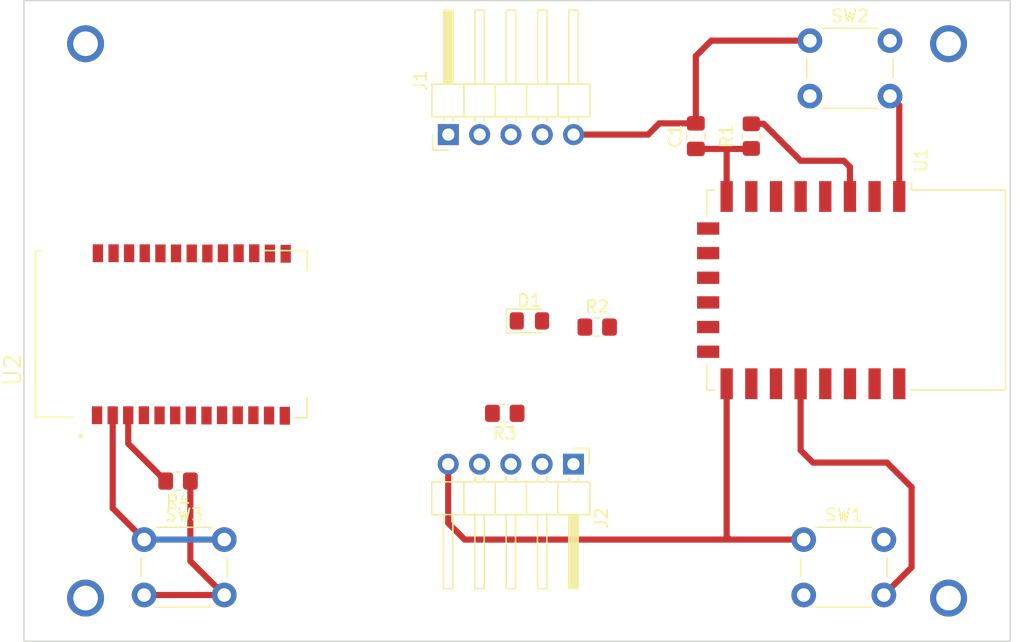
<source format=kicad_pcb>
(kicad_pcb (version 20211014) (generator pcbnew)
  (layers (0 "F.Cu" signal) (31 "B.Cu" signal) (34 "B.Paste" user) (35 "F.Paste" user) (36 "B.SilkS" user "B.Silkscreen") (37 "F.SilkS" user "F.Silkscreen") (38 "B.Mask" user) (39 "F.Mask" user) (44 "Edge.Cuts" user))
  (net 0 "")
  (net 1 "+3V3")
  (net 2 "GND")
  (net 3 "Net-(D1-Pad2)")
  (net 4 "GPIO0")
  (net 5 "TX")
  (net 6 "RX")
  (net 7 "D6")
  (net 8 "D2")
  (net 9 "D1")
  (net 10 "Net-(R1-Pad2)")
  (net 11 "RST")
  (net 15 "D7")
  (net 22 "D8")
  (footprint "LED_SMD:LED_0805_2012Metric_Pad1.15x1.40mm_HandSolder" (layer "F.Cu") (at 59.5 44)
    (fp_text reference "D1" (at 0 -1.65) (layer "F.SilkS"))
    (fp_text value "RED")
    (fp_line (start -1.86 -0.96) (end -1.86 0.96) (layer "F.SilkS") (width 0.12))
    (fp_line (start -1.86 0.96) (end 1 0.96) (layer "F.SilkS") (width 0.12))
    (fp_line (start 1 -0.96) (end -1.86 -0.96) (layer "F.SilkS") (width 0.12))
    (pad "1" smd roundrect (at -1.025 0) (size 1.15 1.4) (layers "F.Cu" "F.Paste" "F.Mask") (roundrect_rratio 0.217391) (net 2 "GND"))
    (pad "2" smd roundrect (at 1.025 0) (size 1.15 1.4) (layers "F.Cu" "F.Paste" "F.Mask") (roundrect_rratio 0.217391) (net 3 "Net-(D1-Pad2)"))
  )
  (footprint "Button_Switch_THT:SW_PUSH_6mm" (layer "F.Cu") (at 28.25 61.75)
    (fp_text reference "SW3" (at 3.25 -2) (layer "F.SilkS"))
    (fp_text value "SW_Push")
    (fp_line (start 1 5.5) (end 5.5 5.5) (layer "F.SilkS") (width 0.12))
    (fp_line (start 6.75 3) (end 6.75 1.5) (layer "F.SilkS") (width 0.12))
    (fp_line (start 5.5 -1) (end 1 -1) (layer "F.SilkS") (width 0.12))
    (fp_line (start -0.25 1.5) (end -0.25 3) (layer "F.SilkS") (width 0.12))
    (pad "1" thru_hole circle (at 0 0 90) (size 2 2) (drill 1.1) (layers *.Cu *.Mask) (net 2 "GND"))
    (pad "1" thru_hole circle (at 6.5 0 90) (size 2 2) (drill 1.1) (layers *.Cu *.Mask) (net 2 "GND"))
    (pad "2" thru_hole circle (at 6.5 4.5 90) (size 2 2) (drill 1.1) (layers *.Cu *.Mask) (net 9 "D1"))
    (pad "2" thru_hole circle (at 0 4.5 90) (size 2 2) (drill 1.1) (layers *.Cu *.Mask) (net 9 "D1"))
  )
  (footprint "Connector_PinHeader_2.54mm:PinHeader_1x05_P2.54mm_Horizontal" (layer "F.Cu") (at 52.925 28.875 90)
    (fp_text reference "J1" (at 4.385 -2.27 90) (layer "F.SilkS"))
    (fp_text value "Conn_01x04")
    (fp_line (start 10.1 7.24) (end 10.1 8) (layer "F.SilkS") (width 0.12))
    (fp_line (start 1.44 -1.33) (end 1.44 11.49) (layer "F.SilkS") (width 0.12))
    (fp_line (start 1.44 3.81) (end 4.1 3.81) (layer "F.SilkS") (width 0.12))
    (fp_line (start 10.1 2.16) (end 10.1 2.92) (layer "F.SilkS") (width 0.12))
    (fp_line (start 4.1 7.24) (end 10.1 7.24) (layer "F.SilkS") (width 0.12))
    (fp_line (start 10.1 5.46) (end 4.1 5.46) (layer "F.SilkS") (width 0.12))
    (fp_line (start 4.1 2.16) (end 10.1 2.16) (layer "F.SilkS") (width 0.12))
    (fp_line (start 4.1 -1.33) (end 1.44 -1.33) (layer "F.SilkS") (width 0.12))
    (fp_line (start 10.1 9.78) (end 10.1 10.54) (layer "F.SilkS") (width 0.12))
    (fp_line (start 4.1 0.16) (end 10.1 0.16) (layer "F.SilkS") (width 0.12))
    (fp_line (start 1.44 8.89) (end 4.1 8.89) (layer "F.SilkS") (width 0.12))
    (fp_line (start 4.1 11.49) (end 4.1 -1.33) (layer "F.SilkS") (width 0.12))
    (fp_line (start 4.1 -0.08) (end 10.1 -0.08) (layer "F.SilkS") (width 0.12))
    (fp_line (start 1.042929 4.7) (end 1.44 4.7) (layer "F.SilkS") (width 0.12))
    (fp_line (start 4.1 4.7) (end 10.1 4.7) (layer "F.SilkS") (width 0.12))
    (fp_line (start -1.27 -1.27) (end 0 -1.27) (layer "F.SilkS") (width 0.12))
    (fp_line (start 1.042929 8) (end 1.44 8) (layer "F.SilkS") (width 0.12))
    (fp_line (start 1.44 6.35) (end 4.1 6.35) (layer "F.SilkS") (width 0.12))
    (fp_line (start 1.44 11.49) (end 4.1 11.49) (layer "F.SilkS") (width 0.12))
    (fp_line (start 4.1 -0.32) (end 10.1 -0.32) (layer "F.SilkS") (width 0.12))
    (fp_line (start 4.1 -0.38) (end 10.1 -0.38) (layer "F.SilkS") (width 0.12))
    (fp_line (start 4.1 -0.2) (end 10.1 -0.2) (layer "F.SilkS") (width 0.12))
    (fp_line (start 1.042929 2.92) (end 1.44 2.92) (layer "F.SilkS") (width 0.12))
    (fp_line (start 4.1 0.28) (end 10.1 0.28) (layer "F.SilkS") (width 0.12))
    (fp_line (start 1.11 0.38) (end 1.44 0.38) (layer "F.SilkS") (width 0.12))
    (fp_line (start 1.042929 10.54) (end 1.44 10.54) (layer "F.SilkS") (width 0.12))
    (fp_line (start 1.11 -0.38) (end 1.44 -0.38) (layer "F.SilkS") (width 0.12))
    (fp_line (start 10.1 -0.38) (end 10.1 0.38) (layer "F.SilkS") (width 0.12))
    (fp_line (start 1.44 1.27) (end 4.1 1.27) (layer "F.SilkS") (width 0.12))
    (fp_line (start 1.042929 5.46) (end 1.44 5.46) (layer "F.SilkS") (width 0.12))
    (fp_line (start 4.1 0.04) (end 10.1 0.04) (layer "F.SilkS") (width 0.12))
    (fp_line (start 1.042929 7.24) (end 1.44 7.24) (layer "F.SilkS") (width 0.12))
    (fp_line (start 10.1 4.7) (end 10.1 5.46) (layer "F.SilkS") (width 0.12))
    (fp_line (start -1.27 0) (end -1.27 -1.27) (layer "F.SilkS") (width 0.12))
    (fp_line (start 4.1 9.78) (end 10.1 9.78) (layer "F.SilkS") (width 0.12))
    (fp_line (start 1.042929 9.78) (end 1.44 9.78) (layer "F.SilkS") (width 0.12))
    (fp_line (start 10.1 2.92) (end 4.1 2.92) (layer "F.SilkS") (width 0.12))
    (fp_line (start 10.1 0.38) (end 4.1 0.38) (layer "F.SilkS") (width 0.12))
    (fp_line (start 10.1 8) (end 4.1 8) (layer "F.SilkS") (width 0.12))
    (fp_line (start 1.042929 2.16) (end 1.44 2.16) (layer "F.SilkS") (width 0.12))
    (fp_line (start 10.1 10.54) (end 4.1 10.54) (layer "F.SilkS") (width 0.12))
    (pad "1" thru_hole rect (at 0 0 90) (size 1.7 1.7) (drill 1) (layers *.Cu *.Mask) (net 1 "+3V3"))
    (pad "2" thru_hole oval (at 0 2.54 90) (size 1.7 1.7) (drill 1) (layers *.Cu *.Mask) (net 4 "GPIO0"))
    (pad "3" thru_hole oval (at 0 5.08 90) (size 1.7 1.7) (drill 1) (layers *.Cu *.Mask) (net 5 "TX"))
    (pad "4" thru_hole oval (at 0 7.62 90) (size 1.7 1.7) (drill 1) (layers *.Cu *.Mask) (net 6 "RX"))
    (pad "5" thru_hole oval (at 0 10.16 90) (size 1.7 1.7) (drill 1) (layers *.Cu *.Mask) (net 2 "GND"))
  )
  (footprint "Resistor_SMD:R_0805_2012Metric_Pad1.20x1.40mm_HandSolder" (layer "F.Cu") (at 31 57 180)
    (fp_text reference "R4" (at 0 -1.65) (layer "F.SilkS"))
    (fp_text value "10K")
    (fp_line (start -0.227064 -0.735) (end 0.227064 -0.735) (layer "F.SilkS") (width 0.12))
    (fp_line (start -0.227064 0.735) (end 0.227064 0.735) (layer "F.SilkS") (width 0.12))
    (pad "1" smd roundrect (at -1 0 180) (size 1.2 1.4) (layers "F.Cu" "F.Paste" "F.Mask") (roundrect_rratio 0.208333) (net 9 "D1"))
    (pad "2" smd roundrect (at 1 0 180) (size 1.2 1.4) (layers "F.Cu" "F.Paste" "F.Mask") (roundrect_rratio 0.208333) (net 1 "+3V3"))
  )
  (footprint "cc2530:cc2530-a2" (layer "F.Cu") (at 29.09396 45.0625 90)
    (fp_text reference "U2" (at -2.919 -11.4982 90) (layer "F.SilkS") (effects (font (size 1.32 1.32))))
    (fp_text value "CC2530-A1_Module")
    (fp_line (start 5.14365 12.38768) (end 6.76275 12.38768) (layer "F.SilkS") (width 0.127))
    (fp_line (start 6.7691 -9.652) (end 6.7691 -9.13) (layer "F.SilkS") (width 0.127))
    (fp_line (start -6.7968 11.35768) (end -6.7968 12.32968) (layer "F.SilkS") (width 0.127))
    (fp_line (start -6.7691 -9.652) (end 6.7691 -9.652) (layer "F.SilkS") (width 0.127))
    (fp_line (start -6.7691 -6.61) (end -6.7691 -9.652) (layer "F.SilkS") (width 0.127))
    (fp_line (start -6.81635 12.36768) (end -5.19725 12.36768) (layer "F.SilkS") (width 0.127))
    (fp_line (start 6.7691 12.34768) (end 6.7691 8.68) (layer "F.SilkS") (width 0.127))
    (fp_circle (center -8.3 -6) (end -8.2 -6) (layer "F.SilkS") (width 0.2) (fill none))
    (pad "1" smd rect (at 6.5532 -4.59232 90) (size 1.4478 0.8382) (layers "F.Cu" "F.Paste" "F.Mask") (net 2 "GND"))
    (pad "2" smd rect (at 6.5532 -3.32232 90) (size 1.4478 0.8382) (layers "F.Cu" "F.Paste" "F.Mask") (net 9 "D1"))
    (pad "3" smd rect (at 6.5532 -2.06232 90) (size 1.4478 0.8382) (layers "F.Cu" "F.Paste" "F.Mask"))
    (pad "4" smd rect (at 6.5532 -0.79232 90) (size 1.4478 0.8382) (layers "F.Cu" "F.Paste" "F.Mask"))
    (pad "5" smd rect (at 6.5432 0.47768 90) (size 1.4478 0.8382) (layers "F.Cu" "F.Paste" "F.Mask") (net 22 "D8"))
    (pad "6" smd rect (at 6.5432 1.74768 90) (size 1.4478 0.8382) (layers "F.Cu" "F.Paste" "F.Mask") (net 15 "D7"))
    (pad "7" smd rect (at 6.5432 3.01768 90) (size 1.4478 0.8382) (layers "F.Cu" "F.Paste" "F.Mask"))
    (pad "8" smd rect (at 6.5332 4.28768 90) (size 1.4478 0.8382) (layers "F.Cu" "F.Paste" "F.Mask"))
    (pad "9" smd rect (at 6.5532 5.54768 90) (size 1.4478 0.8382) (layers "F.Cu" "F.Paste" "F.Mask"))
    (pad "10" smd rect (at 6.5532 6.81768 90) (size 1.4478 0.8382) (layers "F.Cu" "F.Paste" "F.Mask"))
    (pad "11" smd rect (at 6.5532 8.08768 90) (size 1.4478 0.8382) (layers "F.Cu" "F.Paste" "F.Mask"))
    (pad "12" smd rect (at 6.5332 9.35768 90) (size 1.4478 0.8382) (layers "F.Cu" "F.Paste" "F.Mask"))
    (pad "13" smd rect (at 6.5132 10.63768 270) (size 1.4478 0.8382) (layers "F.Cu" "F.Paste" "F.Mask"))
    (pad "14" smd rect (at -6.6368 10.56768 270) (size 1.4478 0.8382) (layers "F.Cu" "F.Paste" "F.Mask"))
    (pad "15" smd rect (at -6.6168 9.28768 90) (size 1.4478 0.8382) (layers "F.Cu" "F.Paste" "F.Mask"))
    (pad "16" smd rect (at -6.5968 8.01768 90) (size 1.4478 0.8382) (layers "F.Cu" "F.Paste" "F.Mask"))
    (pad "17" smd rect (at -6.5968 6.74768 90) (size 1.4478 0.8382) (layers "F.Cu" "F.Paste" "F.Mask"))
    (pad "18" smd rect (at -6.5968 5.47768 90) (size 1.4478 0.8382) (layers "F.Cu" "F.Paste" "F.Mask"))
    (pad "19" smd rect (at -6.6168 4.21768 90) (size 1.4478 0.8382) (layers "F.Cu" "F.Paste" "F.Mask"))
    (pad "20" smd rect (at -6.6068 2.94768 90) (size 1.4478 0.8382) (layers "F.Cu" "F.Paste" "F.Mask"))
    (pad "21" smd rect (at -6.6068 1.67768 90) (size 1.4478 0.8382) (layers "F.Cu" "F.Paste" "F.Mask"))
    (pad "22" smd rect (at -6.6068 0.40768 90) (size 1.4478 0.8382) (layers "F.Cu" "F.Paste" "F.Mask") (net 7 "D6"))
    (pad "23" smd rect (at -6.5968 -0.86232 90) (size 1.4478 0.8382) (layers "F.Cu" "F.Paste" "F.Mask") (net 8 "D2"))
    (pad "24" smd rect (at -6.5968 -2.13232 90) (size 1.4478 0.8382) (layers "F.Cu" "F.Paste" "F.Mask") (net 1 "+3V3"))
    (pad "25" smd rect (at -6.5968 -3.39232 90) (size 1.4478 0.8382) (layers "F.Cu" "F.Paste" "F.Mask") (net 2 "GND"))
    (pad "26" smd rect (at -6.5968 -4.66232 90) (size 1.4478 0.8382) (layers "F.Cu" "F.Paste" "F.Mask"))
  )
  (footprint "Resistor_SMD:R_0805_2012Metric_Pad1.20x1.40mm_HandSolder" (layer "F.Cu") (at 77.5 29 90)
    (fp_text reference "R1" (at 0 -2 90) (layer "F.SilkS"))
    (fp_text value "10K")
    (fp_line (start -0.227064 -0.735) (end 0.227064 -0.735) (layer "F.SilkS") (width 0.12))
    (fp_line (start -0.227064 0.735) (end 0.227064 0.735) (layer "F.SilkS") (width 0.12))
    (pad "1" smd roundrect (at -1 0 90) (size 1.2 1.4) (layers "F.Cu" "F.Paste" "F.Mask") (roundrect_rratio 0.208333) (net 1 "+3V3"))
    (pad "2" smd roundrect (at 1 0 90) (size 1.2 1.4) (layers "F.Cu" "F.Paste" "F.Mask") (roundrect_rratio 0.208333) (net 10 "Net-(R1-Pad2)"))
  )
  (footprint "Capacitor_SMD:C_0805_2012Metric_Pad1.18x1.45mm_HandSolder" (layer "F.Cu") (at 73 29 90)
    (fp_text reference "C1" (at 0 -1.68 90) (layer "F.SilkS"))
    (fp_text value "0.1uF")
    (fp_line (start -0.261252 0.735) (end 0.261252 0.735) (layer "F.SilkS") (width 0.12))
    (fp_line (start -0.261252 -0.735) (end 0.261252 -0.735) (layer "F.SilkS") (width 0.12))
    (pad "1" smd roundrect (at -1.0375 0 90) (size 1.175 1.45) (layers "F.Cu" "F.Paste" "F.Mask") (roundrect_rratio 0.212766) (net 1 "+3V3"))
    (pad "2" smd roundrect (at 1.0375 0 90) (size 1.175 1.45) (layers "F.Cu" "F.Paste" "F.Mask") (roundrect_rratio 0.212766) (net 2 "GND"))
  )
  (footprint "Resistor_SMD:R_0805_2012Metric_Pad1.20x1.40mm_HandSolder" (layer "F.Cu") (at 57.5 51.5 180)
    (fp_text reference "R3" (at 0 -1.65) (layer "F.SilkS"))
    (fp_text value "10K")
    (fp_line (start -0.227064 0.735) (end 0.227064 0.735) (layer "F.SilkS") (width 0.12))
    (fp_line (start -0.227064 -0.735) (end 0.227064 -0.735) (layer "F.SilkS") (width 0.12))
    (pad "1" smd roundrect (at -1 0 180) (size 1.2 1.4) (layers "F.Cu" "F.Paste" "F.Mask") (roundrect_rratio 0.208333) (net 11 "RST"))
    (pad "2" smd roundrect (at 1 0 180) (size 1.2 1.4) (layers "F.Cu" "F.Paste" "F.Mask") (roundrect_rratio 0.208333) (net 1 "+3V3"))
  )
  (footprint "Button_Switch_THT:SW_PUSH_6mm" (layer "F.Cu") (at 81.75 61.75)
    (fp_text reference "SW1" (at 3.25 -2) (layer "F.SilkS"))
    (fp_text value "SW_Push")
    (fp_line (start 1 5.5) (end 5.5 5.5) (layer "F.SilkS") (width 0.12))
    (fp_line (start -0.25 1.5) (end -0.25 3) (layer "F.SilkS") (width 0.12))
    (fp_line (start 5.5 -1) (end 1 -1) (layer "F.SilkS") (width 0.12))
    (fp_line (start 6.75 3) (end 6.75 1.5) (layer "F.SilkS") (width 0.12))
    (pad "1" thru_hole circle (at 6.5 0 90) (size 2 2) (drill 1.1) (layers *.Cu *.Mask) (net 2 "GND"))
    (pad "1" thru_hole circle (at 0 0 90) (size 2 2) (drill 1.1) (layers *.Cu *.Mask) (net 2 "GND"))
    (pad "2" thru_hole circle (at 6.5 4.5 90) (size 2 2) (drill 1.1) (layers *.Cu *.Mask) (net 4 "GPIO0"))
    (pad "2" thru_hole circle (at 0 4.5 90) (size 2 2) (drill 1.1) (layers *.Cu *.Mask) (net 4 "GPIO0"))
  )
  (footprint "Resistor_SMD:R_0805_2012Metric_Pad1.20x1.40mm_HandSolder" (layer "F.Cu") (at 65 44.5)
    (fp_text reference "R2" (at 0 -1.65) (layer "F.SilkS"))
    (fp_text value "2.2K")
    (fp_line (start -0.227064 -0.735) (end 0.227064 -0.735) (layer "F.SilkS") (width 0.12))
    (fp_line (start -0.227064 0.735) (end 0.227064 0.735) (layer "F.SilkS") (width 0.12))
    (pad "1" smd roundrect (at -1 0) (size 1.2 1.4) (layers "F.Cu" "F.Paste" "F.Mask") (roundrect_rratio 0.208333) (net 3 "Net-(D1-Pad2)"))
    (pad "2" smd roundrect (at 1 0) (size 1.2 1.4) (layers "F.Cu" "F.Paste" "F.Mask") (roundrect_rratio 0.208333) (net 1 "+3V3"))
  )
  (footprint "RF_Module:ESP-12E" (layer "F.Cu") (at 86 41.5 -90)
    (fp_text reference "U1" (at -10.56 -5.26 90) (layer "F.SilkS"))
    (fp_text value "ESP-12E")
    (fp_line (start 8.12 -12.12) (end 8.12 -4.5) (layer "F.SilkS") (width 0.12))
    (fp_line (start -8.12 12.12) (end -8.12 11.5) (layer "F.SilkS") (width 0.12))
    (fp_line (start 8.12 12.12) (end 6 12.12) (layer "F.SilkS") (width 0.12))
    (fp_line (start -6 12.12) (end -8.12 12.12) (layer "F.SilkS") (width 0.12))
    (fp_line (start -8.12 -4.5) (end -8.12 -12.12) (layer "F.SilkS") (width 0.12))
    (fp_line (start -8.12 -4.5) (end -8.73 -4.5) (layer "F.SilkS") (width 0.12))
    (fp_line (start -8.12 -12.12) (end 8.12 -12.12) (layer "F.SilkS") (width 0.12))
    (fp_line (start 8.12 11.5) (end 8.12 12.12) (layer "F.SilkS") (width 0.12))
    (pad "1" smd rect (at -7.6 -3.5 270) (size 2.5 1) (layers "F.Cu" "F.Paste" "F.Mask") (net 11 "RST"))
    (pad "2" smd rect (at -7.6 -1.5 270) (size 2.5 1) (layers "F.Cu" "F.Paste" "F.Mask"))
    (pad "3" smd rect (at -7.6 0.5 270) (size 2.5 1) (layers "F.Cu" "F.Paste" "F.Mask") (net 10 "Net-(R1-Pad2)"))
    (pad "4" smd rect (at -7.6 2.5 270) (size 2.5 1) (layers "F.Cu" "F.Paste" "F.Mask"))
    (pad "5" smd rect (at -7.6 4.5 270) (size 2.5 1) (layers "F.Cu" "F.Paste" "F.Mask"))
    (pad "6" smd rect (at -7.6 6.5 270) (size 2.5 1) (layers "F.Cu" "F.Paste" "F.Mask") (net 7 "D6"))
    (pad "7" smd rect (at -7.6 8.5 270) (size 2.5 1) (layers "F.Cu" "F.Paste" "F.Mask") (net 15 "D7"))
    (pad "8" smd rect (at -7.6 10.5 270) (size 2.5 1) (layers "F.Cu" "F.Paste" "F.Mask") (net 1 "+3V3"))
    (pad "9" smd rect (at -5 12 270) (size 1 1.8) (layers "F.Cu" "F.Paste" "F.Mask"))
    (pad "10" smd rect (at -3 12 270) (size 1 1.8) (layers "F.Cu" "F.Paste" "F.Mask"))
    (pad "11" smd rect (at -1 12 270) (size 1 1.8) (layers "F.Cu" "F.Paste" "F.Mask"))
    (pad "12" smd rect (at 1 12 270) (size 1 1.8) (layers "F.Cu" "F.Paste" "F.Mask"))
    (pad "13" smd rect (at 3 12 270) (size 1 1.8) (layers "F.Cu" "F.Paste" "F.Mask"))
    (pad "14" smd rect (at 5 12 270) (size 1 1.8) (layers "F.Cu" "F.Paste" "F.Mask"))
    (pad "15" smd rect (at 7.6 10.5 270) (size 2.5 1) (layers "F.Cu" "F.Paste" "F.Mask") (net 2 "GND"))
    (pad "16" smd rect (at 7.6 8.5 270) (size 2.5 1) (layers "F.Cu" "F.Paste" "F.Mask") (net 22 "D8"))
    (pad "17" smd rect (at 7.6 6.5 270) (size 2.5 1) (layers "F.Cu" "F.Paste" "F.Mask"))
    (pad "18" smd rect (at 7.6 4.5 270) (size 2.5 1) (layers "F.Cu" "F.Paste" "F.Mask") (net 4 "GPIO0"))
    (pad "19" smd rect (at 7.6 2.5 270) (size 2.5 1) (layers "F.Cu" "F.Paste" "F.Mask") (net 8 "D2"))
    (pad "20" smd rect (at 7.6 0.5 270) (size 2.5 1) (layers "F.Cu" "F.Paste" "F.Mask") (net 9 "D1"))
    (pad "21" smd rect (at 7.6 -1.5 270) (size 2.5 1) (layers "F.Cu" "F.Paste" "F.Mask") (net 6 "RX"))
    (pad "22" smd rect (at 7.6 -3.5 270) (size 2.5 1) (layers "F.Cu" "F.Paste" "F.Mask") (net 5 "TX"))
  )
  (footprint "Button_Switch_THT:SW_PUSH_6mm" (layer "F.Cu") (at 82.25 21.25)
    (fp_text reference "SW2" (at 3.25 -2) (layer "F.SilkS"))
    (fp_text value "SW_Push")
    (fp_line (start -0.25 1.5) (end -0.25 3) (layer "F.SilkS") (width 0.12))
    (fp_line (start 6.75 3) (end 6.75 1.5) (layer "F.SilkS") (width 0.12))
    (fp_line (start 1 5.5) (end 5.5 5.5) (layer "F.SilkS") (width 0.12))
    (fp_line (start 5.5 -1) (end 1 -1) (layer "F.SilkS") (width 0.12))
    (pad "1" thru_hole circle (at 0 0 90) (size 2 2) (drill 1.1) (layers *.Cu *.Mask) (net 2 "GND"))
    (pad "1" thru_hole circle (at 6.5 0 90) (size 2 2) (drill 1.1) (layers *.Cu *.Mask) (net 2 "GND"))
    (pad "2" thru_hole circle (at 0 4.5 90) (size 2 2) (drill 1.1) (layers *.Cu *.Mask) (net 11 "RST"))
    (pad "2" thru_hole circle (at 6.5 4.5 90) (size 2 2) (drill 1.1) (layers *.Cu *.Mask) (net 11 "RST"))
  )
  (footprint "Connector_PinHeader_2.54mm:PinHeader_1x05_P2.54mm_Horizontal" (layer "F.Cu") (at 63.075 55.625 -90)
    (fp_text reference "J2" (at 4.385 -2.27 90) (layer "F.SilkS"))
    (fp_text value "Conn_01x04")
    (fp_line (start -1.27 0) (end -1.27 -1.27) (layer "F.SilkS") (width 0.12))
    (fp_line (start 1.11 -0.38) (end 1.44 -0.38) (layer "F.SilkS") (width 0.12))
    (fp_line (start 1.44 3.81) (end 4.1 3.81) (layer "F.SilkS") (width 0.12))
    (fp_line (start 1.44 1.27) (end 4.1 1.27) (layer "F.SilkS") (width 0.12))
    (fp_line (start 1.44 -1.33) (end 1.44 11.49) (layer "F.SilkS") (width 0.12))
    (fp_line (start 1.042929 2.16) (end 1.44 2.16) (layer "F.SilkS") (width 0.12))
    (fp_line (start 4.1 7.24) (end 10.1 7.24) (layer "F.SilkS") (width 0.12))
    (fp_line (start 10.1 8) (end 4.1 8) (layer "F.SilkS") (width 0.12))
    (fp_line (start 4.1 9.78) (end 10.1 9.78) (layer "F.SilkS") (width 0.12))
    (fp_line (start 4.1 0.04) (end 10.1 0.04) (layer "F.SilkS") (width 0.12))
    (fp_line (start 4.1 -0.08) (end 10.1 -0.08) (layer "F.SilkS") (width 0.12))
    (fp_line (start 1.042929 8) (end 1.44 8) (layer "F.SilkS") (width 0.12))
    (fp_line (start 10.1 7.24) (end 10.1 8) (layer "F.SilkS") (width 0.12))
    (fp_line (start 10.1 0.38) (end 4.1 0.38) (layer "F.SilkS") (width 0.12))
    (fp_line (start 1.44 8.89) (end 4.1 8.89) (layer "F.SilkS") (width 0.12))
    (fp_line (start 1.042929 5.46) (end 1.44 5.46) (layer "F.SilkS") (width 0.12))
    (fp_line (start 4.1 -0.32) (end 10.1 -0.32) (layer "F.SilkS") (width 0.12))
    (fp_line (start 4.1 -1.33) (end 1.44 -1.33) (layer "F.SilkS") (width 0.12))
    (fp_line (start 10.1 4.7) (end 10.1 5.46) (layer "F.SilkS") (width 0.12))
    (fp_line (start 1.042929 4.7) (end 1.44 4.7) (layer "F.SilkS") (width 0.12))
    (fp_line (start 1.042929 2.92) (end 1.44 2.92) (layer "F.SilkS") (width 0.12))
    (fp_line (start 10.1 5.46) (end 4.1 5.46) (layer "F.SilkS") (width 0.12))
    (fp_line (start 10.1 10.54) (end 4.1 10.54) (layer "F.SilkS") (width 0.12))
    (fp_line (start 1.042929 9.78) (end 1.44 9.78) (layer "F.SilkS") (width 0.12))
    (fp_line (start 4.1 -0.2) (end 10.1 -0.2) (layer "F.SilkS") (width 0.12))
    (fp_line (start 10.1 2.92) (end 4.1 2.92) (layer "F.SilkS") (width 0.12))
    (fp_line (start 1.042929 10.54) (end 1.44 10.54) (layer "F.SilkS") (width 0.12))
    (fp_line (start 1.042929 7.24) (end 1.44 7.24) (layer "F.SilkS") (width 0.12))
    (fp_line (start 4.1 -0.38) (end 10.1 -0.38) (layer "F.SilkS") (width 0.12))
    (fp_line (start 4.1 2.16) (end 10.1 2.16) (layer "F.SilkS") (width 0.12))
    (fp_line (start 4.1 0.16) (end 10.1 0.16) (layer "F.SilkS") (width 0.12))
    (fp_line (start -1.27 -1.27) (end 0 -1.27) (layer "F.SilkS") (width 0.12))
    (fp_line (start 10.1 9.78) (end 10.1 10.54) (layer "F.SilkS") (width 0.12))
    (fp_line (start 10.1 -0.38) (end 10.1 0.38) (layer "F.SilkS") (width 0.12))
    (fp_line (start 1.44 11.49) (end 4.1 11.49) (layer "F.SilkS") (width 0.12))
    (fp_line (start 4.1 4.7) (end 10.1 4.7) (layer "F.SilkS") (width 0.12))
    (fp_line (start 10.1 2.16) (end 10.1 2.92) (layer "F.SilkS") (width 0.12))
    (fp_line (start 1.44 6.35) (end 4.1 6.35) (layer "F.SilkS") (width 0.12))
    (fp_line (start 1.11 0.38) (end 1.44 0.38) (layer "F.SilkS") (width 0.12))
    (fp_line (start 4.1 0.28) (end 10.1 0.28) (layer "F.SilkS") (width 0.12))
    (fp_line (start 4.1 11.49) (end 4.1 -1.33) (layer "F.SilkS") (width 0.12))
    (pad "1" thru_hole rect (at 0 0 270) (size 1.7 1.7) (drill 1) (layers *.Cu *.Mask) (net 1 "+3V3"))
    (pad "2" thru_hole oval (at 0 2.54 270) (size 1.7 1.7) (drill 1) (layers *.Cu *.Mask) (net 7 "D6"))
    (pad "3" thru_hole oval (at 0 5.08 270) (size 1.7 1.7) (drill 1) (layers *.Cu *.Mask) (net 8 "D2"))
    (pad "4" thru_hole oval (at 0 7.62 270) (size 1.7 1.7) (drill 1) (layers *.Cu *.Mask) (net 9 "D1"))
    (pad "5" thru_hole oval (at 0 10.16 270) (size 1.7 1.7) (drill 1) (layers *.Cu *.Mask) (net 2 "GND"))
  )
  (gr_rect (start 18.5 18) (end 98.5 70) (layer "Edge.Cuts") (width 0.1) (fill none))
  (via (at 23.5 66.5) (size 3) (drill 2) (layers "F.Cu" "B.Cu") (net 0))
  (via (at 93.5 66.5) (size 3) (drill 2) (layers "F.Cu" "B.Cu") (net 0))
  (via (at 93.5 21.5) (size 3) (drill 2) (layers "F.Cu" "B.Cu") (net 0))
  (via (at 23.5 21.5) (size 3) (drill 2) (layers "F.Cu" "B.Cu") (net 0))
  (segment (start 77.4625 30.0375) (end 77.5 30) (width 0.5) (layer "F.Cu") (net 1))
  (segment (start 75.5375 30.0375) (end 77.4625 30.0375) (width 0.5) (layer "F.Cu") (net 1))
  (segment (start 26.96164 53.96164) (end 30 57) (width 0.5) (layer "F.Cu") (net 1))
  (segment (start 73 30.0375) (end 75.5375 30.0375) (width 0.5) (layer "F.Cu") (net 1))
  (segment (start 75.5 30.075) (end 75.5375 30.0375) (width 0.5) (layer "F.Cu") (net 1))
  (segment (start 26.96164 51.6593) (end 26.96164 53.96164) (width 0.5) (layer "F.Cu") (net 1))
  (segment (start 75.5 33.9) (end 75.5 30.075) (width 0.5) (layer "F.Cu") (net 1))
  (segment (start 70.0375 27.9625) (end 73 27.9625) (width 0.5) (layer "F.Cu") (net 2))
  (segment (start 69.125 28.875) (end 70.0375 27.9625) (width 0.5) (layer "F.Cu") (net 2))
  (segment (start 54.25 61.75) (end 52.915 60.415) (width 0.5) (layer "F.Cu") (net 2))
  (segment (start 63.085 28.875) (end 69.125 28.875) (width 0.5) (layer "F.Cu") (net 2))
  (segment (start 73 22.5) (end 73 27.9625) (width 0.5) (layer "F.Cu") (net 2))
  (segment (start 75.5 61.5) (end 75.75 61.75) (width 0.5) (layer "F.Cu") (net 2))
  (segment (start 82.25 21.25) (end 74.25 21.25) (width 0.5) (layer "F.Cu") (net 2))
  (segment (start 25.70164 59.20164) (end 28.25 61.75) (width 0.5) (layer "F.Cu") (net 2))
  (segment (start 75.5 49.1) (end 75.5 61.5) (width 0.5) (layer "F.Cu") (net 2))
  (segment (start 25.70164 51.6593) (end 25.70164 59.20164) (width 0.5) (layer "F.Cu") (net 2))
  (segment (start 81.75 61.75) (end 75.75 61.75) (width 0.5) (layer "F.Cu") (net 2))
  (segment (start 52.915 60.415) (end 52.915 55.625) (width 0.5) (layer "F.Cu") (net 2))
  (segment (start 75.75 61.75) (end 54.25 61.75) (width 0.5) (layer "F.Cu") (net 2))
  (segment (start 74.25 21.25) (end 73 22.5) (width 0.5) (layer "F.Cu") (net 2))
  (segment (start 34.75 61.75) (end 28.25 61.75) (width 0.5) (layer "B.Cu") (net 2))
  (segment (start 90.5 64) (end 90.5 57.5) (width 0.5) (layer "F.Cu") (net 4))
  (segment (start 88.25 66.25) (end 90.5 64) (width 0.5) (layer "F.Cu") (net 4))
  (segment (start 90.5 57.5) (end 88.5 55.5) (width 0.5) (layer "F.Cu") (net 4))
  (segment (start 81.5 54.5) (end 81.5 49.1) (width 0.5) (layer "F.Cu") (net 4))
  (segment (start 88.5 55.5) (end 82.5 55.5) (width 0.5) (layer "F.Cu") (net 4))
  (segment (start 82.5 55.5) (end 81.5 54.5) (width 0.5) (layer "F.Cu") (net 4))
  (segment (start 32 57) (end 32 63.5) (width 0.5) (layer "F.Cu") (net 9))
  (segment (start 28.25 66.25) (end 34.75 66.25) (width 0.5) (layer "F.Cu") (net 9))
  (segment (start 32 63.5) (end 34.75 66.25) (width 0.5) (layer "F.Cu") (net 9))
  (segment (start 85 31) (end 81.5 31) (width 0.5) (layer "F.Cu") (net 10))
  (segment (start 81.5 31) (end 78.5 28) (width 0.5) (layer "F.Cu") (net 10))
  (segment (start 78.5 28) (end 77.5 28) (width 0.5) (layer "F.Cu") (net 10))
  (segment (start 85.5 31.5) (end 85 31) (width 0.5) (layer "F.Cu") (net 10))
  (segment (start 85.5 33.9) (end 85.5 31.5) (width 0.5) (layer "F.Cu") (net 10))
  (segment (start 89.5 26.5) (end 88.75 25.75) (width 0.5) (layer "F.Cu") (net 11))
  (segment (start 89.5 33.9) (end 89.5 26.5) (width 0.5) (layer "F.Cu") (net 11))
)
</source>
